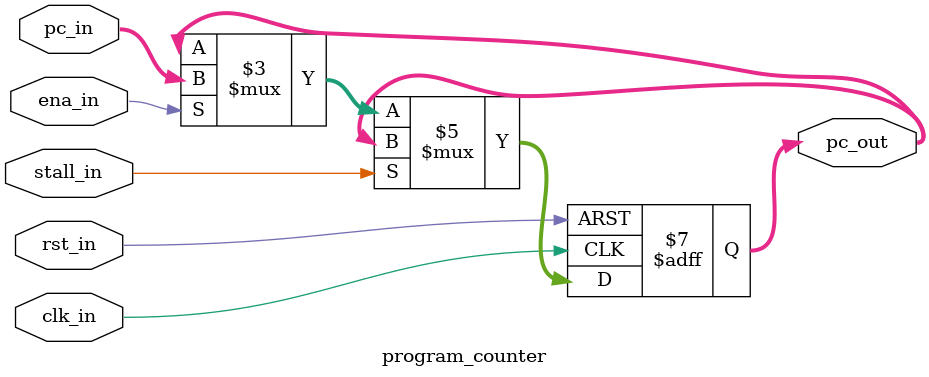
<source format=v>
`timescale 1ns / 1ps

module program_counter(
    input               clk_in,
    input               rst_in,
    input               ena_in,
    input               stall_in,
    input  [31:0]       pc_in,
    output reg [31:0]   pc_out
    );

    always@(posedge clk_in or posedge rst_in)
    begin
        if(rst_in) 
            pc_out <= 32'h00400000;
        else if(~stall_in) 
        begin
            if(ena_in) 
                pc_out <= pc_in;
        end
    end

endmodule
</source>
